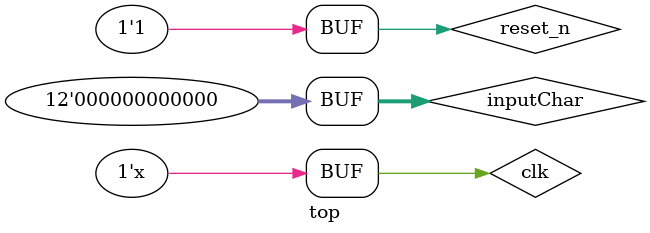
<source format=v>
`timescale 1 ps/ 1 ps

module top();

reg              clk;
reg              reset_n;
reg  [11:0]      inputChar;    // 输入信号，0-9 * #
wire             open;         // 开门信号

always #50 clk = ~clk;

initial begin                                                  
init();
                     
end  

task init;
begin
    clk  <= 0;
    reset_n <= 1;
    #200 
    reset_n <= 0;
    #200 
    reset_n <= 1;

    //press(12'b010000000000);

    press(12'b000000000010);
    press(12'b000000000100);
    press(12'b000000001000);
    press(12'b000000010000);
    press(12'b000000100000);
    press(12'b000001000000);
    // 2 6 1 4 3 5
    #4000
    press(12'b000000000010);
    press(12'b000000000100);
    press(12'b100000000000);

    #4000
    press(12'b010000000000);
    press(12'b000000000010);
    press(12'b000000000100);
    press(12'b000000001000);
    press(12'b000000010000);
    press(12'b000000100000);
    press(12'b000001000000);

    #4000
    press(12'b000000000100);
    press(12'b000001000000);
    press(12'b000000000010);
    press(12'b000000010000);
    press(12'b000000001000);
    press(12'b000000100000);

    #4000
    press(12'b000000000010);
    press(12'b000000000100);
    press(12'b000000001000);
    press(12'b000000010000);
    press(12'b000000100000);
    press(12'b000000100000);

    #4000
    press(12'b000000000100);
    press(12'b000001000000);
    press(12'b000000000010);
    press(12'b000000010000);
    press(12'b000000001000);
    press(12'b000000100000);
    
end
endtask
   
lockeddoor i1 (
.clk        (clk),
.reset_n    (reset_n),
.inputChar  (inputChar),  
.open       (open)
);
  
   
task press;
  input [12:0]  INPUTS;
  
  begin
    #1000                  
    inputChar<= INPUTS;
    #1000 
    inputChar<= 0;
  end
endtask

                                           
endmodule



</source>
